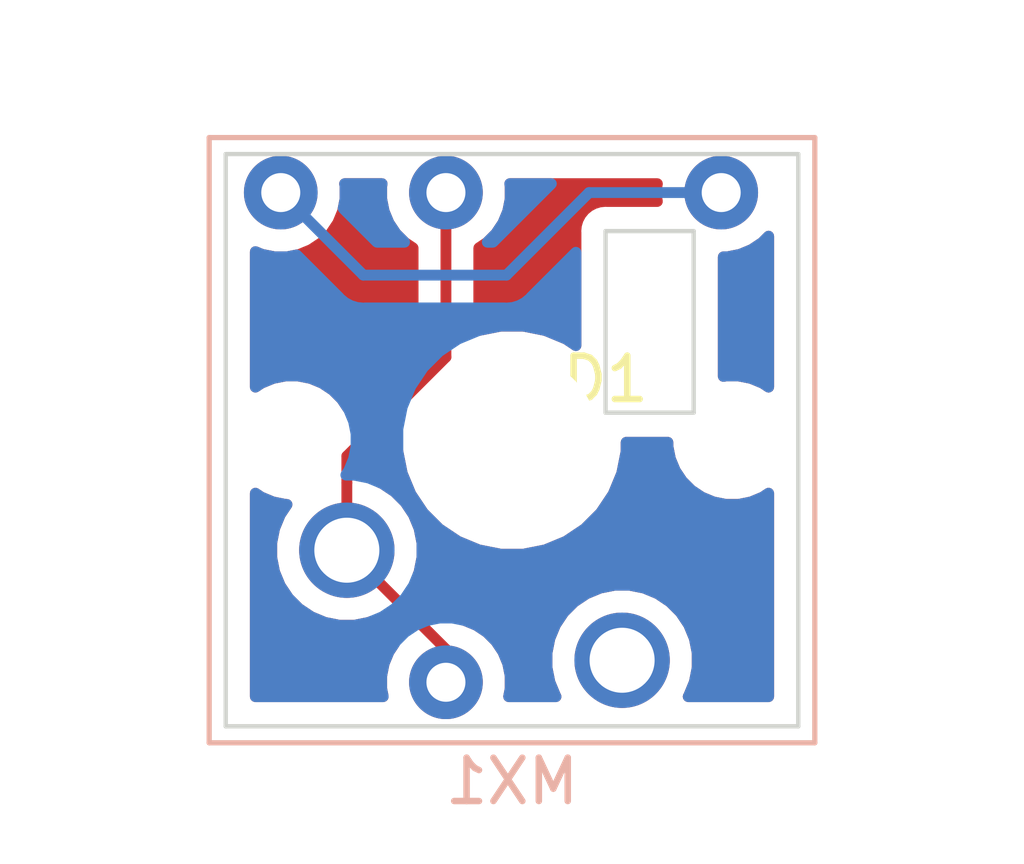
<source format=kicad_pcb>
(kicad_pcb (version 20171130) (host pcbnew "(5.1.5)-3")

  (general
    (thickness 1.6)
    (drawings 8)
    (tracks 10)
    (zones 0)
    (modules 2)
    (nets 3)
  )

  (page A4)
  (layers
    (0 F.Cu signal)
    (31 B.Cu signal)
    (32 B.Adhes user)
    (33 F.Adhes user)
    (34 B.Paste user)
    (35 F.Paste user)
    (36 B.SilkS user)
    (37 F.SilkS user)
    (38 B.Mask user)
    (39 F.Mask user)
    (40 Dwgs.User user)
    (41 Cmts.User user)
    (42 Eco1.User user)
    (43 Eco2.User user)
    (44 Edge.Cuts user)
    (45 Margin user)
    (46 B.CrtYd user)
    (47 F.CrtYd user)
    (48 B.Fab user)
    (49 F.Fab user)
  )

  (setup
    (last_trace_width 0.25)
    (trace_clearance 0.2)
    (zone_clearance 0.508)
    (zone_45_only no)
    (trace_min 0.2)
    (via_size 0.8)
    (via_drill 0.4)
    (via_min_size 0.4)
    (via_min_drill 0.3)
    (uvia_size 0.3)
    (uvia_drill 0.1)
    (uvias_allowed no)
    (uvia_min_size 0.2)
    (uvia_min_drill 0.1)
    (edge_width 0.1)
    (segment_width 0.2)
    (pcb_text_width 0.3)
    (pcb_text_size 1.5 1.5)
    (mod_edge_width 0.15)
    (mod_text_size 1 1)
    (mod_text_width 0.15)
    (pad_size 1.524 1.524)
    (pad_drill 0.762)
    (pad_to_mask_clearance 0)
    (aux_axis_origin 0 0)
    (visible_elements FFFFFF7F)
    (pcbplotparams
      (layerselection 0x010fc_ffffffff)
      (usegerberextensions false)
      (usegerberattributes false)
      (usegerberadvancedattributes false)
      (creategerberjobfile false)
      (excludeedgelayer true)
      (linewidth 0.100000)
      (plotframeref false)
      (viasonmask false)
      (mode 1)
      (useauxorigin false)
      (hpglpennumber 1)
      (hpglpenspeed 20)
      (hpglpendiameter 15.000000)
      (psnegative false)
      (psa4output false)
      (plotreference true)
      (plotvalue true)
      (plotinvisibletext false)
      (padsonsilk false)
      (subtractmaskfromsilk false)
      (outputformat 1)
      (mirror false)
      (drillshape 0)
      (scaleselection 1)
      (outputdirectory "Gerbers"))
  )

  (net 0 "")
  (net 1 "Net-(D1-Pad2)")
  (net 2 "Net-(D1-Pad1)")

  (net_class Default "This is the default net class."
    (clearance 0.2)
    (trace_width 0.25)
    (via_dia 0.8)
    (via_drill 0.4)
    (uvia_dia 0.3)
    (uvia_drill 0.1)
    (add_net "Net-(D1-Pad1)")
    (add_net "Net-(D1-Pad2)")
    (add_net "Net-(MX1-Pad1)")
    (add_net "Net-(MX1-Pad2)")
  )

  (module "Pikatea Macropad Encoder Side Mount:Diode Handwire helper" (layer F.Cu) (tedit 6152A5A8) (tstamp 6152F5A8)
    (at 149.098 94.234)
    (path /61533FAC)
    (fp_text reference D1 (at 0 0.5) (layer F.SilkS)
      (effects (font (size 1 1) (thickness 0.15)))
    )
    (fp_text value DIODE (at 0 -0.5) (layer F.Fab)
      (effects (font (size 1 1) (thickness 0.15)))
    )
    (fp_line (start 2.032 1.27) (end 0 1.27) (layer Dwgs.User) (width 0.12))
    (fp_line (start 2.032 -2.921) (end 2.032 1.27) (layer Dwgs.User) (width 0.12))
    (fp_line (start 0 -2.921) (end 2.032 -2.921) (layer Dwgs.User) (width 0.12))
    (fp_line (start 0 1.27) (end 0 -2.921) (layer Dwgs.User) (width 0.12))
    (pad 2 thru_hole circle (at -3.683 7.493 90) (size 1.7 1.7) (drill 0.9) (layers *.Cu *.Mask)
      (net 1 "Net-(D1-Pad2)"))
    (pad 2 thru_hole circle (at -3.683 -3.81 90) (size 1.7 1.7) (drill 0.9) (layers *.Cu *.Mask)
      (net 1 "Net-(D1-Pad2)"))
    (pad 1 thru_hole circle (at -7.493 -3.81 90) (size 1.7 1.7) (drill 0.9) (layers *.Cu *.Mask)
      (net 2 "Net-(D1-Pad1)"))
    (pad 1 thru_hole circle (at 2.667 -3.81 90) (size 1.7 1.7) (drill 0.9) (layers *.Cu *.Mask)
      (net 2 "Net-(D1-Pad1)"))
  )

  (module Button_Switch_Keyboard:SW_Cherry_MX_1.00u_PCB locked (layer B.Cu) (tedit 5A02FE24) (tstamp 61529EED)
    (at 149.479 101.219)
    (descr "Cherry MX keyswitch, 1.00u, PCB mount, http://cherryamericas.com/wp-content/uploads/2014/12/mx_cat.pdf")
    (tags "Cherry MX keyswitch 1.00u PCB")
    (path /615335F4)
    (fp_text reference MX1 (at -2.54 2.794) (layer B.SilkS)
      (effects (font (size 1 1) (thickness 0.15)) (justify mirror))
    )
    (fp_text value MX-NoLED (at -2.54 -12.954) (layer B.Fab)
      (effects (font (size 1 1) (thickness 0.15)) (justify mirror))
    )
    (fp_line (start -9.525 -12.065) (end -9.525 1.905) (layer B.SilkS) (width 0.12))
    (fp_line (start 4.445 -12.065) (end -9.525 -12.065) (layer B.SilkS) (width 0.12))
    (fp_line (start 4.445 1.905) (end 4.445 -12.065) (layer B.SilkS) (width 0.12))
    (fp_line (start -9.525 1.905) (end 4.445 1.905) (layer B.SilkS) (width 0.12))
    (fp_line (start -12.065 -14.605) (end -12.065 4.445) (layer Dwgs.User) (width 0.15))
    (fp_line (start 6.985 -14.605) (end -12.065 -14.605) (layer Dwgs.User) (width 0.15))
    (fp_line (start 6.985 4.445) (end 6.985 -14.605) (layer Dwgs.User) (width 0.15))
    (fp_line (start -12.065 4.445) (end 6.985 4.445) (layer Dwgs.User) (width 0.15))
    (fp_line (start -9.14 1.52) (end 4.06 1.52) (layer B.CrtYd) (width 0.05))
    (fp_line (start 4.06 1.52) (end 4.06 -11.68) (layer B.CrtYd) (width 0.05))
    (fp_line (start 4.06 -11.68) (end -9.14 -11.68) (layer B.CrtYd) (width 0.05))
    (fp_line (start -9.14 -11.68) (end -9.14 1.52) (layer B.CrtYd) (width 0.05))
    (fp_line (start -8.89 -11.43) (end -8.89 1.27) (layer B.Fab) (width 0.1))
    (fp_line (start 3.81 -11.43) (end -8.89 -11.43) (layer B.Fab) (width 0.1))
    (fp_line (start 3.81 1.27) (end 3.81 -11.43) (layer B.Fab) (width 0.1))
    (fp_line (start -8.89 1.27) (end 3.81 1.27) (layer B.Fab) (width 0.1))
    (fp_text user %R (at -2.54 2.794) (layer B.Fab)
      (effects (font (size 1 1) (thickness 0.15)) (justify mirror))
    )
    (pad "" np_thru_hole circle (at 2.54 -5.08) (size 1.7 1.7) (drill 1.7) (layers *.Cu *.Mask))
    (pad "" np_thru_hole circle (at -7.62 -5.08) (size 1.7 1.7) (drill 1.7) (layers *.Cu *.Mask))
    (pad "" np_thru_hole circle (at -2.54 -5.08) (size 4 4) (drill 4) (layers *.Cu *.Mask))
    (pad 2 thru_hole circle (at -6.35 -2.54) (size 2.2 2.2) (drill 1.5) (layers *.Cu *.Mask)
      (net 1 "Net-(D1-Pad2)"))
    (pad 1 thru_hole circle (at 0 0) (size 2.2 2.2) (drill 1.5) (layers *.Cu *.Mask))
    (model ${KISYS3DMOD}/Button_Switch_Keyboard.3dshapes/SW_Cherry_MX_1.00u_PCB.wrl
      (at (xyz 0 0 0))
      (scale (xyz 1 1 1))
      (rotate (xyz 0 0 0))
    )
  )

  (gr_line (start 149.098 91.313) (end 149.098 95.504) (layer Edge.Cuts) (width 0.1) (tstamp 61529F50))
  (gr_line (start 151.13 91.313) (end 149.098 91.313) (layer Edge.Cuts) (width 0.1))
  (gr_line (start 151.13 95.504) (end 151.13 91.313) (layer Edge.Cuts) (width 0.1))
  (gr_line (start 149.098 95.504) (end 151.13 95.504) (layer Edge.Cuts) (width 0.1))
  (gr_line (start 153.543 102.743) (end 153.543 89.535) (layer Edge.Cuts) (width 0.1) (tstamp 61529F07))
  (gr_line (start 140.335 102.743) (end 153.543 102.743) (layer Edge.Cuts) (width 0.1))
  (gr_line (start 140.335 89.535) (end 140.335 102.743) (layer Edge.Cuts) (width 0.1))
  (gr_line (start 153.543 89.535) (end 140.335 89.535) (layer Edge.Cuts) (width 0.1))

  (segment (start 143.129 97.123366) (end 143.129 98.679) (width 0.25) (layer F.Cu) (net 1))
  (segment (start 143.129 96.507998) (end 143.129 97.123366) (width 0.25) (layer F.Cu) (net 1))
  (segment (start 145.415 94.221998) (end 143.129 96.507998) (width 0.25) (layer F.Cu) (net 1))
  (segment (start 145.415 90.424) (end 145.415 94.221998) (width 0.25) (layer F.Cu) (net 1))
  (segment (start 145.415 100.965) (end 145.415 101.727) (width 0.25) (layer F.Cu) (net 1))
  (segment (start 143.129 98.679) (end 145.415 100.965) (width 0.25) (layer F.Cu) (net 1))
  (segment (start 151.765 90.424) (end 148.717 90.424) (width 0.25) (layer B.Cu) (net 2))
  (segment (start 148.717 90.424) (end 146.812 92.329) (width 0.25) (layer B.Cu) (net 2))
  (segment (start 143.51 92.329) (end 141.605 90.424) (width 0.25) (layer B.Cu) (net 2))
  (segment (start 146.812 92.329) (end 143.51 92.329) (width 0.25) (layer B.Cu) (net 2))

  (zone (net 0) (net_name "") (layer F.Cu) (tstamp 615305E3) (hatch edge 0.508)
    (connect_pads (clearance 0.508))
    (min_thickness 0.254)
    (fill yes (arc_segments 32) (thermal_gap 0.508) (thermal_bridge_width 0.508))
    (polygon
      (pts
        (xy 158.496 105.791) (xy 135.509 105.283) (xy 135.636 87.122) (xy 157.734 86.233)
      )
    )
    (filled_polygon
      (pts
        (xy 141.155589 97.45499) (xy 141.425842 97.566932) (xy 141.71274 97.624) (xy 141.747261 97.624) (xy 141.591463 97.857169)
        (xy 141.460675 98.172919) (xy 141.394 98.508117) (xy 141.394 98.849883) (xy 141.460675 99.185081) (xy 141.591463 99.500831)
        (xy 141.781337 99.784998) (xy 142.023002 100.026663) (xy 142.307169 100.216537) (xy 142.622919 100.347325) (xy 142.958117 100.414)
        (xy 143.299883 100.414) (xy 143.635081 100.347325) (xy 143.696912 100.321714) (xy 144.219084 100.843886) (xy 144.09901 101.023589)
        (xy 143.987068 101.293842) (xy 143.93 101.58074) (xy 143.93 101.87326) (xy 143.966747 102.058) (xy 141.02 102.058)
        (xy 141.02 97.364392)
      )
    )
    (filled_polygon
      (pts
        (xy 150.534 96.28526) (xy 150.591068 96.572158) (xy 150.70301 96.842411) (xy 150.865525 97.085632) (xy 151.072368 97.292475)
        (xy 151.315589 97.45499) (xy 151.585842 97.566932) (xy 151.87274 97.624) (xy 152.16526 97.624) (xy 152.452158 97.566932)
        (xy 152.722411 97.45499) (xy 152.858 97.364392) (xy 152.858 102.058) (xy 151.005065 102.058) (xy 151.016537 102.040831)
        (xy 151.147325 101.725081) (xy 151.214 101.389883) (xy 151.214 101.048117) (xy 151.147325 100.712919) (xy 151.016537 100.397169)
        (xy 150.826663 100.113002) (xy 150.584998 99.871337) (xy 150.300831 99.681463) (xy 149.985081 99.550675) (xy 149.649883 99.484)
        (xy 149.308117 99.484) (xy 148.972919 99.550675) (xy 148.657169 99.681463) (xy 148.373002 99.871337) (xy 148.131337 100.113002)
        (xy 147.941463 100.397169) (xy 147.810675 100.712919) (xy 147.744 101.048117) (xy 147.744 101.389883) (xy 147.810675 101.725081)
        (xy 147.941463 102.040831) (xy 147.952935 102.058) (xy 146.863253 102.058) (xy 146.9 101.87326) (xy 146.9 101.58074)
        (xy 146.842932 101.293842) (xy 146.73099 101.023589) (xy 146.568475 100.780368) (xy 146.361632 100.573525) (xy 146.118411 100.41101)
        (xy 145.848158 100.299068) (xy 145.817839 100.293037) (xy 144.771714 99.246912) (xy 144.797325 99.185081) (xy 144.864 98.849883)
        (xy 144.864 98.508117) (xy 144.797325 98.172919) (xy 144.666537 97.857169) (xy 144.476663 97.573002) (xy 144.234998 97.331337)
        (xy 143.950831 97.141463) (xy 143.889 97.115852) (xy 143.889 96.822799) (xy 144.305539 96.406261) (xy 144.405261 96.907601)
        (xy 144.603893 97.387141) (xy 144.892262 97.818715) (xy 145.259285 98.185738) (xy 145.690859 98.474107) (xy 146.170399 98.672739)
        (xy 146.679475 98.774) (xy 147.198525 98.774) (xy 147.707601 98.672739) (xy 148.187141 98.474107) (xy 148.618715 98.185738)
        (xy 148.985738 97.818715) (xy 149.274107 97.387141) (xy 149.472739 96.907601) (xy 149.574 96.398525) (xy 149.574 96.189)
        (xy 150.534 96.189)
      )
    )
    (filled_polygon
      (pts
        (xy 143.93 90.27774) (xy 143.93 90.57026) (xy 143.987068 90.857158) (xy 144.09901 91.127411) (xy 144.261525 91.370632)
        (xy 144.468368 91.577475) (xy 144.655 91.702179) (xy 144.655001 93.907195) (xy 143.155611 95.406586) (xy 143.012475 95.192368)
        (xy 142.805632 94.985525) (xy 142.562411 94.82301) (xy 142.292158 94.711068) (xy 142.00526 94.654) (xy 141.71274 94.654)
        (xy 141.425842 94.711068) (xy 141.155589 94.82301) (xy 141.02 94.913608) (xy 141.02 91.789037) (xy 141.171842 91.851932)
        (xy 141.45874 91.909) (xy 141.75126 91.909) (xy 142.038158 91.851932) (xy 142.308411 91.73999) (xy 142.551632 91.577475)
        (xy 142.758475 91.370632) (xy 142.92099 91.127411) (xy 143.032932 90.857158) (xy 143.09 90.57026) (xy 143.09 90.27774)
        (xy 143.078515 90.22) (xy 143.941485 90.22)
      )
    )
    (filled_polygon
      (pts
        (xy 152.858001 94.913608) (xy 152.722411 94.82301) (xy 152.452158 94.711068) (xy 152.16526 94.654) (xy 151.87274 94.654)
        (xy 151.815 94.665485) (xy 151.815 91.909) (xy 151.91126 91.909) (xy 152.198158 91.851932) (xy 152.468411 91.73999)
        (xy 152.711632 91.577475) (xy 152.858001 91.431106)
      )
    )
    (filled_polygon
      (pts
        (xy 150.28 90.27774) (xy 150.28 90.57026) (xy 150.291485 90.628) (xy 149.131647 90.628) (xy 149.098 90.624686)
        (xy 149.064353 90.628) (xy 148.963717 90.637912) (xy 148.834594 90.677081) (xy 148.715593 90.740688) (xy 148.611289 90.826289)
        (xy 148.525688 90.930593) (xy 148.462081 91.049594) (xy 148.422912 91.178717) (xy 148.409686 91.313) (xy 148.413 91.346647)
        (xy 148.413001 93.954808) (xy 148.187141 93.803893) (xy 147.707601 93.605261) (xy 147.198525 93.504) (xy 146.679475 93.504)
        (xy 146.175 93.604346) (xy 146.175 91.702178) (xy 146.361632 91.577475) (xy 146.568475 91.370632) (xy 146.73099 91.127411)
        (xy 146.842932 90.857158) (xy 146.9 90.57026) (xy 146.9 90.27774) (xy 146.888515 90.22) (xy 150.291485 90.22)
      )
    )
  )
  (zone (net 0) (net_name "") (layer B.Cu) (tstamp 615305E0) (hatch edge 0.508)
    (connect_pads (clearance 0.508))
    (min_thickness 0.254)
    (fill yes (arc_segments 32) (thermal_gap 0.508) (thermal_bridge_width 0.508))
    (polygon
      (pts
        (xy 158.75 105.918) (xy 135.128 105.664) (xy 135.255 86.487) (xy 157.988 85.979)
      )
    )
    (filled_polygon
      (pts
        (xy 141.171842 91.851932) (xy 141.45874 91.909) (xy 141.75126 91.909) (xy 141.971408 91.865209) (xy 142.946201 92.840003)
        (xy 142.969999 92.869001) (xy 143.085724 92.963974) (xy 143.217753 93.034546) (xy 143.361014 93.078003) (xy 143.472667 93.089)
        (xy 143.472677 93.089) (xy 143.51 93.092676) (xy 143.547323 93.089) (xy 146.774678 93.089) (xy 146.812 93.092676)
        (xy 146.849322 93.089) (xy 146.849333 93.089) (xy 146.960986 93.078003) (xy 147.104247 93.034546) (xy 147.236276 92.963974)
        (xy 147.352001 92.869001) (xy 147.375804 92.839997) (xy 148.413 91.802801) (xy 148.413001 93.954808) (xy 148.187141 93.803893)
        (xy 147.707601 93.605261) (xy 147.198525 93.504) (xy 146.679475 93.504) (xy 146.170399 93.605261) (xy 145.690859 93.803893)
        (xy 145.259285 94.092262) (xy 144.892262 94.459285) (xy 144.603893 94.890859) (xy 144.405261 95.370399) (xy 144.304 95.879475)
        (xy 144.304 96.398525) (xy 144.405261 96.907601) (xy 144.603893 97.387141) (xy 144.892262 97.818715) (xy 145.259285 98.185738)
        (xy 145.690859 98.474107) (xy 146.170399 98.672739) (xy 146.679475 98.774) (xy 147.198525 98.774) (xy 147.707601 98.672739)
        (xy 148.187141 98.474107) (xy 148.618715 98.185738) (xy 148.985738 97.818715) (xy 149.274107 97.387141) (xy 149.472739 96.907601)
        (xy 149.574 96.398525) (xy 149.574 96.189) (xy 150.534 96.189) (xy 150.534 96.28526) (xy 150.591068 96.572158)
        (xy 150.70301 96.842411) (xy 150.865525 97.085632) (xy 151.072368 97.292475) (xy 151.315589 97.45499) (xy 151.585842 97.566932)
        (xy 151.87274 97.624) (xy 152.16526 97.624) (xy 152.452158 97.566932) (xy 152.722411 97.45499) (xy 152.858 97.364392)
        (xy 152.858 102.058) (xy 151.005065 102.058) (xy 151.016537 102.040831) (xy 151.147325 101.725081) (xy 151.214 101.389883)
        (xy 151.214 101.048117) (xy 151.147325 100.712919) (xy 151.016537 100.397169) (xy 150.826663 100.113002) (xy 150.584998 99.871337)
        (xy 150.300831 99.681463) (xy 149.985081 99.550675) (xy 149.649883 99.484) (xy 149.308117 99.484) (xy 148.972919 99.550675)
        (xy 148.657169 99.681463) (xy 148.373002 99.871337) (xy 148.131337 100.113002) (xy 147.941463 100.397169) (xy 147.810675 100.712919)
        (xy 147.744 101.048117) (xy 147.744 101.389883) (xy 147.810675 101.725081) (xy 147.941463 102.040831) (xy 147.952935 102.058)
        (xy 146.863253 102.058) (xy 146.9 101.87326) (xy 146.9 101.58074) (xy 146.842932 101.293842) (xy 146.73099 101.023589)
        (xy 146.568475 100.780368) (xy 146.361632 100.573525) (xy 146.118411 100.41101) (xy 145.848158 100.299068) (xy 145.56126 100.242)
        (xy 145.26874 100.242) (xy 144.981842 100.299068) (xy 144.711589 100.41101) (xy 144.468368 100.573525) (xy 144.261525 100.780368)
        (xy 144.09901 101.023589) (xy 143.987068 101.293842) (xy 143.93 101.58074) (xy 143.93 101.87326) (xy 143.966747 102.058)
        (xy 141.02 102.058) (xy 141.02 97.364392) (xy 141.155589 97.45499) (xy 141.425842 97.566932) (xy 141.71274 97.624)
        (xy 141.747261 97.624) (xy 141.591463 97.857169) (xy 141.460675 98.172919) (xy 141.394 98.508117) (xy 141.394 98.849883)
        (xy 141.460675 99.185081) (xy 141.591463 99.500831) (xy 141.781337 99.784998) (xy 142.023002 100.026663) (xy 142.307169 100.216537)
        (xy 142.622919 100.347325) (xy 142.958117 100.414) (xy 143.299883 100.414) (xy 143.635081 100.347325) (xy 143.950831 100.216537)
        (xy 144.234998 100.026663) (xy 144.476663 99.784998) (xy 144.666537 99.500831) (xy 144.797325 99.185081) (xy 144.864 98.849883)
        (xy 144.864 98.508117) (xy 144.797325 98.172919) (xy 144.666537 97.857169) (xy 144.476663 97.573002) (xy 144.234998 97.331337)
        (xy 143.950831 97.141463) (xy 143.635081 97.010675) (xy 143.299883 96.944) (xy 143.10711 96.944) (xy 143.17499 96.842411)
        (xy 143.286932 96.572158) (xy 143.344 96.28526) (xy 143.344 95.99274) (xy 143.286932 95.705842) (xy 143.17499 95.435589)
        (xy 143.012475 95.192368) (xy 142.805632 94.985525) (xy 142.562411 94.82301) (xy 142.292158 94.711068) (xy 142.00526 94.654)
        (xy 141.71274 94.654) (xy 141.425842 94.711068) (xy 141.155589 94.82301) (xy 141.02 94.913608) (xy 141.02 91.789037)
      )
    )
    (filled_polygon
      (pts
        (xy 152.858001 94.913608) (xy 152.722411 94.82301) (xy 152.452158 94.711068) (xy 152.16526 94.654) (xy 151.87274 94.654)
        (xy 151.815 94.665485) (xy 151.815 91.909) (xy 151.91126 91.909) (xy 152.198158 91.851932) (xy 152.468411 91.73999)
        (xy 152.711632 91.577475) (xy 152.858001 91.431106)
      )
    )
    (filled_polygon
      (pts
        (xy 146.497199 91.569) (xy 146.370107 91.569) (xy 146.568475 91.370632) (xy 146.73099 91.127411) (xy 146.842932 90.857158)
        (xy 146.9 90.57026) (xy 146.9 90.27774) (xy 146.888515 90.22) (xy 147.846198 90.22)
      )
    )
    (filled_polygon
      (pts
        (xy 143.93 90.27774) (xy 143.93 90.57026) (xy 143.987068 90.857158) (xy 144.09901 91.127411) (xy 144.261525 91.370632)
        (xy 144.459893 91.569) (xy 143.824802 91.569) (xy 143.046209 90.790408) (xy 143.09 90.57026) (xy 143.09 90.27774)
        (xy 143.078515 90.22) (xy 143.941485 90.22)
      )
    )
  )
)

</source>
